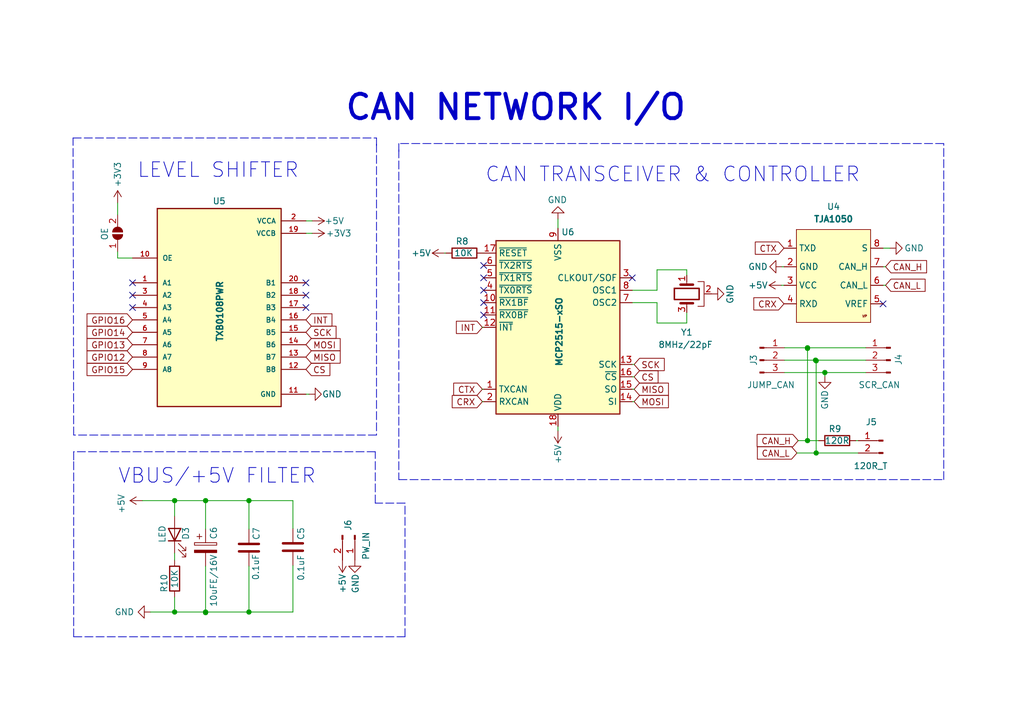
<source format=kicad_sch>
(kicad_sch (version 20211123) (generator eeschema)
  (paper "A5")
  (title_block (title "CAN_CONTROLLER") (date "07-02-2025") (rev "V1"))
  (lib_symbols
    (symbol "Connector:Conn_01x02_Male" (pin_names (offset 1.016) hide)
      (property "Reference" "J" (at 0 2.54 0))
      (property "Value" "Conn_01x02_Male" (at 0 -5.08 0))
      (symbol "Conn_01x02_Male_1_1"
        (polyline (pts (xy 1.27 -2.54) (xy 0.8636 -2.54)) (stroke (width 0.1524)))
        (polyline (pts (xy 1.27 0) (xy 0.8636 0)) (stroke (width 0.1524)))
        (rectangle (start 0.8636 -2.413) (end 0 -2.667) (stroke (width 0.1524)) (fill (type outline)))
        (rectangle (start 0.8636 0.127) (end 0 -0.127) (stroke (width 0.1524)) (fill (type outline)))
        (pin passive line (at 5.08 0 180) (length 3.81) (name "Pin_1") (number "1"))
        (pin passive line (at 5.08 -2.54 180) (length 3.81) (name "Pin_2") (number "2"))
      )
    )
    (symbol "Connector:Conn_01x03_Male" (pin_names (offset 1.016) hide)
      (property "Reference" "J" (at 0 5.08 0))
      (property "Value" "Conn_01x03_Male" (at 0 -5.08 0))
      (symbol "Conn_01x03_Male_1_1"
        (polyline (pts (xy 1.27 -2.54) (xy 0.8636 -2.54)) (stroke (width 0.1524)))
        (polyline (pts (xy 1.27 0) (xy 0.8636 0)) (stroke (width 0.1524)))
        (polyline (pts (xy 1.27 2.54) (xy 0.8636 2.54)) (stroke (width 0.1524)))
        (rectangle (start 0.8636 -2.413) (end 0 -2.667) (stroke (width 0.1524)) (fill (type outline)))
        (rectangle (start 0.8636 0.127) (end 0 -0.127) (stroke (width 0.1524)) (fill (type outline)))
        (rectangle (start 0.8636 2.667) (end 0 2.413) (stroke (width 0.1524)) (fill (type outline)))
        (pin passive line (at 5.08 2.54 180) (length 3.81) (name "Pin_1") (number "1"))
        (pin passive line (at 5.08 0 180) (length 3.81) (name "Pin_2") (number "2"))
        (pin passive line (at 5.08 -2.54 180) (length 3.81) (name "Pin_3") (number "3"))
      )
    )
    (symbol "Custom_symbols:TJA1050"
      (property "Reference" "U" (at 0 -12.7 0))
      (property "Value" "TJA1050" (at 0 -8.89 0))
      (symbol "TJA1050_0_0"
        (text "VP" (at 6.35 -8.89 0) (effects (font (size 0.5 0.5) italic)))
      )
      (symbol "TJA1050_0_1"
        (rectangle (start -7.62 8.89) (end 7.62 -10.16) (fill (type background)))
      )
      (symbol "TJA1050_1_1"
        (pin output line (at -10.16 5.08 0) (length 2.54) (name "TXD") (number "1"))
        (pin bidirectional line (at -10.16 1.27 0) (length 2.54) (name "GND") (number "2"))
        (pin power_in line (at -10.16 -2.54 0) (length 2.54) (name "VCC") (number "3"))
        (pin input line (at -10.16 -6.35 0) (length 2.54) (name "RXD") (number "4"))
        (pin input line (at 10.16 -6.35 180) (length 2.54) (name "VREF") (number "5"))
        (pin input line (at 10.16 -2.54 180) (length 2.54) (name "CAN_L") (number "6"))
        (pin input line (at 10.16 1.27 180) (length 2.54) (name "CAN_H") (number "7"))
        (pin input line (at 10.16 5.08 180) (length 2.54) (name "S") (number "8"))
      )
    )
    (symbol "Custom_symbols:TXB0108PWR" (pin_names (offset 1.016))
      (property "Reference" "U" (at -0.762 23.114 0))
      (property "Value" "TXB0108PWR" (at 1.016 -3.302 90))
      (symbol "TXB0108PWR_0_0"
        (rectangle (start -12.7 -17.78) (end 12.7 22.86) (stroke (width 0.254)) (fill (type background)))
        (pin bidirectional line (at -17.78 7.62 0) (length 5.08) (name "A1") (number "1"))
        (pin input line (at -17.78 12.7 0) (length 5.08) (name "OE") (number "10"))
        (pin power_in line (at 17.78 -15.24 180) (length 5.08) (name "GND") (number "11"))
        (pin bidirectional line (at 17.78 -10.16 180) (length 5.08) (name "B8") (number "12"))
        (pin bidirectional line (at 17.78 -7.62 180) (length 5.08) (name "B7") (number "13"))
        (pin bidirectional line (at 17.78 -5.08 180) (length 5.08) (name "B6") (number "14"))
        (pin bidirectional line (at 17.78 -2.54 180) (length 5.08) (name "B5") (number "15"))
        (pin bidirectional line (at 17.78 0 180) (length 5.08) (name "B4") (number "16"))
        (pin bidirectional line (at 17.78 2.54 180) (length 5.08) (name "B3") (number "17"))
        (pin bidirectional line (at 17.78 5.08 180) (length 5.08) (name "B2") (number "18"))
        (pin power_in line (at 17.78 17.78 180) (length 5.08) (name "VCCB") (number "19"))
        (pin power_in line (at 17.78 20.32 180) (length 5.08) (name "VCCA") (number "2"))
        (pin bidirectional line (at 17.78 7.62 180) (length 5.08) (name "B1") (number "20"))
        (pin bidirectional line (at -17.78 5.08 0) (length 5.08) (name "A2") (number "3"))
        (pin bidirectional line (at -17.78 2.54 0) (length 5.08) (name "A3") (number "4"))
        (pin bidirectional line (at -17.78 0 0) (length 5.08) (name "A4") (number "5"))
        (pin bidirectional line (at -17.78 -2.54 0) (length 5.08) (name "A5") (number "6"))
        (pin bidirectional line (at -17.78 -5.08 0) (length 5.08) (name "A6") (number "7"))
        (pin bidirectional line (at -17.78 -7.62 0) (length 5.08) (name "A7") (number "8"))
        (pin bidirectional line (at -17.78 -10.16 0) (length 5.08) (name "A8") (number "9"))
      )
    )
    (symbol "Device:C" (pin_numbers hide) (pin_names (offset 0.254))
      (property "Reference" "C" (at 0.635 2.54 0))
      (property "Value" "C" (at 0.635 -2.54 0))
      (symbol "C_0_1"
        (polyline (pts (xy -2.032 -0.762) (xy 2.032 -0.762)) (stroke (width 0.508)))
        (polyline (pts (xy -2.032 0.762) (xy 2.032 0.762)) (stroke (width 0.508)))
      )
      (symbol "C_1_1"
        (pin passive line (at 0 3.81 270) (length 2.794) (name "~") (number "1"))
        (pin passive line (at 0 -3.81 90) (length 2.794) (name "~") (number "2"))
      )
    )
    (symbol "Device:C_Polarized" (pin_numbers hide) (pin_names (offset 0.254))
      (property "Reference" "C" (at 0.635 2.54 0))
      (property "Value" "C_Polarized" (at 0.635 -2.54 0))
      (symbol "C_Polarized_0_1"
        (rectangle (start -2.286 0.508) (end 2.286 1.016))
        (polyline (pts (xy -1.778 2.286) (xy -0.762 2.286)))
        (polyline (pts (xy -1.27 2.794) (xy -1.27 1.778)))
        (rectangle (start 2.286 -0.508) (end -2.286 -1.016) (fill (type outline)))
      )
      (symbol "C_Polarized_1_1"
        (pin passive line (at 0 3.81 270) (length 2.794) (name "~") (number "1"))
        (pin passive line (at 0 -3.81 90) (length 2.794) (name "~") (number "2"))
      )
    )
    (symbol "Device:Crystal_GND2" (pin_names (offset 1.016) hide)
      (property "Reference" "Y" (at 0 5.715 0))
      (property "Value" "Crystal_GND2" (at 0 3.81 0))
      (symbol "Crystal_GND2_0_1"
        (rectangle (start -1.143 2.54) (end 1.143 -2.54) (stroke (width 0.3048)))
        (polyline (pts (xy -2.54 0) (xy -1.905 0)))
        (polyline (pts (xy -1.905 -1.27) (xy -1.905 1.27)) (stroke (width 0.508)))
        (polyline (pts (xy 0 -3.81) (xy 0 -3.556)))
        (polyline (pts (xy 1.905 0) (xy 2.54 0)))
        (polyline (pts (xy 1.905 1.27) (xy 1.905 -1.27)) (stroke (width 0.508)))
        (polyline (pts (xy -2.54 -2.286) (xy -2.54 -3.556) (xy 2.54 -3.556) (xy 2.54 -2.286)))
      )
      (symbol "Crystal_GND2_1_1"
        (pin passive line (at -3.81 0 0) (length 1.27) (name "1") (number "1"))
        (pin passive line (at 0 -5.08 90) (length 1.27) (name "2") (number "2"))
        (pin passive line (at 3.81 0 180) (length 1.27) (name "3") (number "3"))
      )
    )
    (symbol "Device:LED" (pin_numbers hide) (pin_names (offset 1.016) hide)
      (property "Reference" "D" (at 0 2.54 0))
      (property "Value" "LED" (at 0 -2.54 0))
      (symbol "LED_0_1"
        (polyline (pts (xy -1.27 -1.27) (xy -1.27 1.27)) (stroke (width 0.254)))
        (polyline (pts (xy -1.27 0) (xy 1.27 0)))
        (polyline (pts (xy 1.27 -1.27) (xy 1.27 1.27) (xy -1.27 0) (xy 1.27 -1.27)) (stroke (width 0.254)))
        (polyline (pts (xy -3.048 -0.762) (xy -4.572 -2.286) (xy -3.81 -2.286) (xy -4.572 -2.286) (xy -4.572 -1.524)))
        (polyline (pts (xy -1.778 -0.762) (xy -3.302 -2.286) (xy -2.54 -2.286) (xy -3.302 -2.286) (xy -3.302 -1.524)))
      )
      (symbol "LED_1_1"
        (pin passive line (at -3.81 0 0) (length 2.54) (name "K") (number "1"))
        (pin passive line (at 3.81 0 180) (length 2.54) (name "A") (number "2"))
      )
    )
    (symbol "Device:R" (pin_numbers hide) (pin_names (offset 0))
      (property "Reference" "R" (at 2.032 0 90))
      (property "Value" "R" (at 0 0 90))
      (symbol "R_0_1"
        (rectangle (start -1.016 -2.54) (end 1.016 2.54) (stroke (width 0.254)))
      )
      (symbol "R_1_1"
        (pin passive line (at 0 3.81 270) (length 1.27) (name "~") (number "1"))
        (pin passive line (at 0 -3.81 90) (length 1.27) (name "~") (number "2"))
      )
    )
    (symbol "Interface_CAN_LIN:MCP2515-xSO"
      (property "Reference" "U" (at -10.16 19.685 0))
      (property "Value" "MCP2515-xSO" (at 19.05 20.32 0))
      (symbol "MCP2515-xSO_0_1"
        (rectangle (start -12.7 17.78) (end 12.7 -17.78) (stroke (width 0.254)) (fill (type background)))
      )
      (symbol "MCP2515-xSO_1_1"
        (pin output line (at 15.24 12.7 180) (length 2.54) (name "TXCAN") (number "1"))
        (pin output line (at 15.24 -5.08 180) (length 2.54) (name "~{RX1BF}") (number "10"))
        (pin output line (at 15.24 -2.54 180) (length 2.54) (name "~{RX0BF}") (number "11"))
        (pin output line (at 15.24 0 180) (length 2.54) (name "~{INT}") (number "12"))
        (pin input line (at -15.24 7.62 0) (length 2.54) (name "SCK") (number "13"))
        (pin input line (at -15.24 15.24 0) (length 2.54) (name "SI") (number "14"))
        (pin output line (at -15.24 12.7 0) (length 2.54) (name "SO") (number "15"))
        (pin input line (at -15.24 10.16 0) (length 2.54) (name "~{CS}") (number "16"))
        (pin input line (at 15.24 -15.24 180) (length 2.54) (name "~{RESET}") (number "17"))
        (pin power_in line (at 0 20.32 270) (length 2.54) (name "VDD") (number "18"))
        (pin input line (at 15.24 15.24 180) (length 2.54) (name "RXCAN") (number "2"))
        (pin output line (at -15.24 -10.16 0) (length 2.54) (name "CLKOUT/SOF") (number "3"))
        (pin input line (at 15.24 -7.62 180) (length 2.54) (name "~{TX0RTS}") (number "4"))
        (pin input line (at 15.24 -10.16 180) (length 2.54) (name "~{TX1RTS}") (number "5"))
        (pin input line (at 15.24 -12.7 180) (length 2.54) (name "~{TX2RTS}") (number "6"))
        (pin output line (at -15.24 -5.08 0) (length 2.54) (name "OSC2") (number "7"))
        (pin input line (at -15.24 -7.62 0) (length 2.54) (name "OSC1") (number "8"))
        (pin power_in line (at 0 -20.32 90) (length 2.54) (name "VSS") (number "9"))
      )
    )
    (symbol "Jumper:SolderJumper_2_Open" (pin_names (offset 0) hide)
      (property "Reference" "JP" (at 0 2.032 0))
      (property "Value" "SolderJumper_2_Open" (at 0 -2.54 0))
      (symbol "SolderJumper_2_Open_0_1"
        (arc (start -0.254 1.016) (mid -1.27 0) (end -0.254 -1.016))
        (arc (start -0.254 1.016) (mid -1.27 0) (end -0.254 -1.016) (fill (type outline)))
        (polyline (pts (xy -0.254 1.016) (xy -0.254 -1.016)))
        (polyline (pts (xy 0.254 1.016) (xy 0.254 -1.016)))
        (arc (start 0.254 -1.016) (mid 1.27 0) (end 0.254 1.016))
        (arc (start 0.254 -1.016) (mid 1.27 0) (end 0.254 1.016) (fill (type outline)))
      )
      (symbol "SolderJumper_2_Open_1_1"
        (pin passive line (at -3.81 0 0) (length 2.54) (name "A") (number "1"))
        (pin passive line (at 3.81 0 180) (length 2.54) (name "B") (number "2"))
      )
    )
    (symbol "power:+3.3V" (power) (pin_names (offset 0))
      (property "Value" "+3.3V" (at 0 3.556 0))
      (symbol "+3.3V_0_1"
        (polyline (pts (xy -0.762 1.27) (xy 0 2.54)))
        (polyline (pts (xy 0 0) (xy 0 2.54)))
        (polyline (pts (xy 0 2.54) (xy 0.762 1.27)))
      )
      (symbol "+3.3V_1_1"
        (pin power_in line (at 0 0 90) (length 0) hide (name "+3V3") (number "1"))
      )
    )
    (symbol "power:+5V" (power) (pin_names (offset 0))
      (property "Value" "+5V" (at 0 3.556 0))
      (symbol "+5V_0_1"
        (polyline (pts (xy -0.762 1.27) (xy 0 2.54)))
        (polyline (pts (xy 0 0) (xy 0 2.54)))
        (polyline (pts (xy 0 2.54) (xy 0.762 1.27)))
      )
      (symbol "+5V_1_1"
        (pin power_in line (at 0 0 90) (length 0) hide (name "+5V") (number "1"))
      )
    )
    (symbol "power:GND" (power) (pin_names (offset 0))
      (property "Value" "GND" (at 0 -3.81 0))
      (symbol "GND_0_1"
        (polyline (pts (xy 0 0) (xy 0 -1.27) (xy 1.27 -1.27) (xy 0 -2.54) (xy -1.27 -1.27) (xy 0 -1.27)))
      )
      (symbol "GND_1_1"
        (pin power_in line (at 0 0 270) (length 0) hide (name "GND") (number "1"))
      )
    )
  )
  (junction (at 169.164 76.454))
  (junction (at 165.608 71.501))
  (junction (at 167.259 73.914))
  (junction (at 167.386 74.041))
  (junction (at 42.164 125.603))
  (junction (at 42.164 125.73))
  (junction (at 167.386 92.964))
  (junction (at 165.608 90.424))
  (junction (at 51.054 102.743))
  (junction (at 35.814 102.743))
  (junction (at 35.814 125.603))
  (junction (at 165.608 71.374))
  (junction (at 51.054 125.603))
  (junction (at 42.164 102.743))
  (no_connect (at 129.667 57.023))
  (no_connect (at 99.187 54.483))
  (no_connect (at 99.187 57.023))
  (no_connect (at 99.187 59.563))
  (no_connect (at 99.187 64.643))
  (no_connect (at 99.187 62.103))
  (no_connect (at 181.102 62.357))
  (no_connect (at 62.738 58.039))
  (no_connect (at 27.178 58.039))
  (no_connect (at 62.738 60.579))
  (no_connect (at 62.738 63.119))
  (no_connect (at 27.178 60.579))
  (no_connect (at 27.178 63.119))
  (wire (pts (xy 98.933 67.183) (xy 99.187 67.183)))
  (wire (pts (xy 134.747 62.103) (xy 134.747 66.294)))
  (wire (pts (xy 64.008 47.879) (xy 62.738 47.879)))
  (wire (pts (xy 99.06 51.943) (xy 99.187 51.943)))
  (wire (pts (xy 114.427 88.392) (xy 114.427 87.503)))
  (wire (pts (xy 51.054 116.205) (xy 51.054 125.603)))
  (wire (pts (xy 140.843 55.372) (xy 140.843 56.515)))
  (wire (pts (xy 130.048 77.343) (xy 129.667 77.343)))
  (wire (pts (xy 181.61 58.547) (xy 181.102 58.547)))
  (wire (pts (xy 129.667 62.103) (xy 134.747 62.103)))
  (wire (pts (xy 167.386 92.964) (xy 176.022 92.964)))
  (wire (pts (xy 63.373 80.899) (xy 62.738 80.899)))
  (wire (pts (xy 51.054 125.603) (xy 60.071 125.603)))
  (wire (pts (xy 134.747 66.294) (xy 140.843 66.294)))
  (polyline (pts (xy 15.113 92.71) (xy 15.113 94.869)))
  (wire (pts (xy 181.61 54.737) (xy 181.102 54.737)))
  (wire (pts (xy 64.008 45.339) (xy 62.738 45.339)))
  (wire (pts (xy 42.164 125.73) (xy 42.164 125.603)))
  (polyline (pts (xy 81.788 29.464) (xy 81.788 31.115)))
  (wire (pts (xy 24.13 51.689) (xy 24.13 52.959)))
  (wire (pts (xy 114.427 46.863) (xy 114.427 44.958)))
  (wire (pts (xy 165.608 71.501) (xy 165.608 90.424)))
  (wire (pts (xy 98.933 82.423) (xy 99.187 82.423)))
  (wire (pts (xy 35.814 114.935) (xy 35.814 113.538)))
  (wire (pts (xy 140.843 66.294) (xy 140.843 64.135)))
  (wire (pts (xy 167.259 73.914) (xy 177.546 73.914)))
  (wire (pts (xy 160.274 58.547) (xy 160.782 58.547)))
  (polyline (pts (xy 77.216 28.321) (xy 77.216 29.845)))
  (wire (pts (xy 134.747 55.372) (xy 140.843 55.372)))
  (polyline (pts (xy 77.216 29.591) (xy 77.216 89.281)))
  (wire (pts (xy 42.164 125.603) (xy 51.054 125.603)))
  (polyline (pts (xy 14.986 28.321) (xy 77.216 28.321)))
  (polyline (pts (xy 76.962 103.251) (xy 76.962 92.71)))
  (wire (pts (xy 160.909 73.914) (xy 167.259 73.914)))
  (wire (pts (xy 35.814 102.743) (xy 42.164 102.743)))
  (wire (pts (xy 134.747 59.563) (xy 134.747 55.372)))
  (wire (pts (xy 175.514 90.424) (xy 176.022 90.424)))
  (wire (pts (xy 165.608 71.501) (xy 165.608 71.374)))
  (wire (pts (xy 42.164 102.743) (xy 42.164 108.585)))
  (wire (pts (xy 160.909 71.374) (xy 165.608 71.374)))
  (wire (pts (xy 163.449 92.964) (xy 167.386 92.964)))
  (polyline (pts (xy 77.216 89.281) (xy 15.113 89.281)))
  (wire (pts (xy 42.164 116.205) (xy 42.164 125.603)))
  (wire (pts (xy 29.21 102.743) (xy 35.814 102.743)))
  (wire (pts (xy 169.164 76.454) (xy 177.546 76.454)))
  (wire (pts (xy 160.909 76.454) (xy 169.164 76.454)))
  (wire (pts (xy 130.048 74.803) (xy 129.667 74.803)))
  (polyline (pts (xy 15.113 94.742) (xy 15.113 130.683)))
  (polyline (pts (xy 83.058 103.251) (xy 76.962 103.251)))
  (wire (pts (xy 98.933 79.883) (xy 99.187 79.883)))
  (wire (pts (xy 129.667 59.563) (xy 134.747 59.563)))
  (wire (pts (xy 169.164 77.216) (xy 169.164 76.454)))
  (wire (pts (xy 91.44 51.943) (xy 91.186 51.943)))
  (wire (pts (xy 24.13 52.959) (xy 27.178 52.959)))
  (wire (pts (xy 165.608 90.424) (xy 167.894 90.424)))
  (wire (pts (xy 160.401 54.737) (xy 160.782 54.737)))
  (wire (pts (xy 51.054 102.743) (xy 51.054 108.585)))
  (wire (pts (xy 167.386 74.041) (xy 167.386 92.964)))
  (wire (pts (xy 182.499 50.927) (xy 181.102 50.927)))
  (polyline (pts (xy 15.113 89.281) (xy 14.986 28.321)))
  (wire (pts (xy 60.071 125.603) (xy 60.071 116.078)))
  (wire (pts (xy 35.814 122.555) (xy 35.814 125.603)))
  (wire (pts (xy 163.703 90.424) (xy 165.608 90.424)))
  (wire (pts (xy 60.071 102.743) (xy 60.071 108.458)))
  (wire (pts (xy 130.048 79.883) (xy 129.667 79.883)))
  (polyline (pts (xy 83.058 130.683) (xy 83.058 103.251)))
  (polyline (pts (xy 193.548 98.425) (xy 193.548 29.464)))
  (wire (pts (xy 35.814 125.603) (xy 42.164 125.603)))
  (polyline (pts (xy 81.788 98.425) (xy 193.548 98.425)))
  (wire (pts (xy 51.054 102.743) (xy 60.071 102.743)))
  (wire (pts (xy 130.048 82.423) (xy 129.667 82.423)))
  (polyline (pts (xy 15.113 130.683) (xy 83.058 130.683)))
  (wire (pts (xy 24.13 41.656) (xy 24.13 44.069)))
  (wire (pts (xy 30.861 125.603) (xy 35.814 125.603)))
  (wire (pts (xy 167.386 74.041) (xy 167.259 73.914)))
  (wire (pts (xy 35.814 102.743) (xy 35.814 105.918)))
  (wire (pts (xy 42.164 102.743) (xy 51.054 102.743)))
  (polyline (pts (xy 81.788 30.734) (xy 81.788 98.425)))
  (wire (pts (xy 165.608 71.374) (xy 177.546 71.374)))
  (polyline (pts (xy 76.962 92.71) (xy 15.113 92.71)))
  (polyline (pts (xy 193.548 29.464) (xy 81.788 29.464)))
  (text "LEVEL SHIFTER" (at 28.067 36.83 0) (effects (font (size 3 3)) (justify left bottom)))
  (text "CAN NETWORK I/O" (at 70.485 25.146 0) (effects (font (size 5 5) (thickness 0.8) bold) (justify left bottom)))
  (text "VBUS/+5V FILTER" (at 24.13 99.568 0) (effects (font (size 3 3)) (justify left bottom)))
  (text "CAN TRANSCEIVER & CONTROLLER " (at 99.441 37.719 0) (effects (font (size 3 3)) (justify left bottom)))
  (global_label "MISO" (shape input) (at 130.048 79.883 0) (property "Intersheet References" "${INTERSHEET_REFS}" (effects hide)))
  (global_label "CAN_H" (shape input) (at 181.61 54.737 0) (property "Intersheet References" "${INTERSHEET_REFS}" (effects hide)))
  (global_label "CS" (shape input) (at 130.048 77.343 0) (property "Intersheet References" "${INTERSHEET_REFS}" (effects hide)))
  (global_label "CTX" (shape input) (at 160.782 50.927 180) (property "Intersheet References" "${INTERSHEET_REFS}" (effects hide)))
  (global_label "CTX" (shape input) (at 98.933 79.883 180) (property "Intersheet References" "${INTERSHEET_REFS}" (effects hide)))
  (global_label "SCK" (shape input) (at 62.738 68.199 0) (property "Intersheet References" "${INTERSHEET_REFS}" (effects hide)))
  (global_label "GPIO14" (shape input) (at 27.178 68.199 180) (property "Intersheet References" "${INTERSHEET_REFS}" (effects hide)))
  (global_label "CAN_H" (shape input) (at 163.703 90.424 180) (property "Intersheet References" "${INTERSHEET_REFS}" (effects hide)))
  (global_label "CS" (shape input) (at 62.738 75.819 0) (property "Intersheet References" "${INTERSHEET_REFS}" (effects hide)))
  (global_label "CRX" (shape input) (at 98.933 82.423 180) (property "Intersheet References" "${INTERSHEET_REFS}" (effects hide)))
  (global_label "CAN_L" (shape input) (at 181.61 58.547 0) (property "Intersheet References" "${INTERSHEET_REFS}" (effects hide)))
  (global_label "GPIO12" (shape input) (at 27.178 73.279 180) (property "Intersheet References" "${INTERSHEET_REFS}" (effects hide)))
  (global_label "INT" (shape input) (at 98.933 67.183 180) (property "Intersheet References" "${INTERSHEET_REFS}" (effects hide)))
  (global_label "CAN_L" (shape input) (at 163.449 92.964 180) (property "Intersheet References" "${INTERSHEET_REFS}" (effects hide)))
  (global_label "SCK" (shape input) (at 130.048 74.803 0) (property "Intersheet References" "${INTERSHEET_REFS}" (effects hide)))
  (global_label "MOSI" (shape input) (at 130.048 82.423 0) (property "Intersheet References" "${INTERSHEET_REFS}" (effects hide)))
  (global_label "GPIO13" (shape input) (at 27.178 70.739 180) (property "Intersheet References" "${INTERSHEET_REFS}" (effects hide)))
  (global_label "GPIO16" (shape input) (at 27.178 65.659 180) (property "Intersheet References" "${INTERSHEET_REFS}" (effects hide)))
  (global_label "GPIO15" (shape input) (at 27.178 75.819 180) (property "Intersheet References" "${INTERSHEET_REFS}" (effects hide)))
  (global_label "CRX" (shape input) (at 160.782 62.357 180) (property "Intersheet References" "${INTERSHEET_REFS}" (effects hide)))
  (global_label "MISO" (shape input) (at 62.738 73.279 0) (property "Intersheet References" "${INTERSHEET_REFS}" (effects hide)))
  (global_label "INT" (shape input) (at 62.738 65.659 0) (property "Intersheet References" "${INTERSHEET_REFS}" (effects hide)))
  (global_label "MOSI" (shape input) (at 62.738 70.739 0) (property "Intersheet References" "${INTERSHEET_REFS}" (effects hide)))
  (symbol (lib_id "Connector:Conn_01x02_Male") (at 181.102 90.424 0) (mirror y) (unit 1)
    (property "Reference" "J5" (at 178.689 86.614 0))
    (property "Value" "120R_T" (at 178.562 95.631 0))
    (property "Footprint" "Jumper:SolderJumper-2_P1.3mm_Open_TrianglePad1.0x1.5mm" (effects hide))
  )
  (symbol (lib_id "power:+3.3V") (at 64.008 47.879 270) (unit 1)
    (property "Reference" "#PWR020" (effects hide))
    (property "Value" "+3.3V" (at 69.469 47.879 90))
  )
  (symbol (lib_id "power:GND") (at 63.373 80.899 90) (unit 1)
    (property "Reference" "#PWR027" (effects hide))
    (property "Value" "GND" (at 68.072 80.899 90))
  )
  (symbol (lib_id "Device:C") (at 51.054 112.395 0) (unit 1)
    (property "Reference" "C7" (at 52.578 110.871 90) (effects (justify left)))
    (property "Value" "0.1uF" (at 52.451 119.126 90) (effects (justify left)))
    (property "Footprint" "Capacitor_SMD:C_0603_1608Metric" (effects hide))
  )
  (symbol (lib_id "power:+5V") (at 91.186 51.943 90) (unit 1)
    (property "Reference" "#PWR022" (effects hide))
    (property "Value" "+5V" (at 84.328 51.943 90) (effects (justify right)))
  )
  (symbol (lib_id "power:+3.3V") (at 24.13 41.656 0) (unit 1)
    (property "Reference" "#PWR017" (effects hide))
    (property "Value" "+3.3V" (at 24.13 35.814 90))
  )
  (symbol (lib_id "power:GND") (at 182.499 50.927 90) (unit 1)
    (property "Reference" "#PWR021" (effects hide))
    (property "Value" "GND" (at 185.42 50.927 90) (effects (justify right)))
  )
  (symbol (lib_id "Connector:Conn_01x02_Male") (at 72.771 109.855 270) (unit 1)
    (property "Reference" "J6" (at 71.374 108.966 0) (effects (justify right)))
    (property "Value" "PW_IN" (at 75.057 114.935 0) (effects (justify right)))
    (property "Footprint" "Connector_JST:JST_EH_S2B-EH_1x02_P2.50mm_Horizontal" (effects hide))
  )
  (symbol (lib_id "power:+5V") (at 114.427 88.392 180) (unit 1)
    (property "Reference" "#PWR028" (effects hide))
    (property "Value" "+5V" (at 114.427 95.25 90) (effects (justify right)))
  )
  (symbol (lib_id "power:GND") (at 160.401 54.737 270) (unit 1)
    (property "Reference" "#PWR023" (effects hide))
    (property "Value" "GND" (at 155.448 54.737 90))
  )
  (symbol (lib_id "Device:LED") (at 35.814 109.728 90) (unit 1)
    (property "Reference" "D3" (at 38.1 109.474 0))
    (property "Value" "LED" (at 33.274 109.601 0))
    (property "Footprint" "LED_SMD:LED_0603_1608Metric" (effects hide))
  )
  (symbol (lib_id "Device:R") (at 171.704 90.424 90) (unit 1)
    (property "Reference" "R9" (at 172.593 88.011 90) (effects (justify left)))
    (property "Value" "120R" (at 174.244 90.424 90) (effects (justify left)))
    (property "Footprint" "Resistor_SMD:R_0603_1608Metric" (effects hide))
  )
  (symbol (lib_id "Interface_CAN_LIN:MCP2515-xSO") (at 114.427 67.183 180) (unit 1)
    (property "Reference" "U6" (at 117.856 47.625 0) (effects (justify left)))
    (property "Value" "MCP2515-xSO" (at 114.681 60.833 90) (effects (font bold) (justify left)))
    (property "Footprint" "Package_SO:SOIC-18W_7.5x11.6mm_P1.27mm" (effects hide))
    (property "Datasheet" "http://ww1.microchip.com/downloads/en/DeviceDoc/21801e.pdf" (effects hide))
    (property "LCSC" "C153782" (effects hide))
  )
  (symbol (lib_id "power:+5V") (at 64.008 45.339 270) (unit 1)
    (property "Reference" "#PWR019" (effects hide))
    (property "Value" "+5V" (at 70.612 45.339 90) (effects (justify right)))
  )
  (symbol (lib_id "power:+5V") (at 160.274 58.547 90) (unit 1)
    (property "Reference" "#PWR024" (effects hide))
    (property "Value" "+5V" (at 153.416 58.547 90) (effects (justify right)))
  )
  (symbol (lib_id "Jumper:SolderJumper_2_Open") (at 24.13 47.879 90) (unit 1)
    (property "Reference" "JP1" (effects hide))
    (property "Value" "OE" (at 21.463 48.006 0))
    (property "Footprint" "Jumper:SolderJumper-2_P1.3mm_Open_RoundedPad1.0x1.5mm" (effects hide))
  )
  (symbol (lib_id "Device:Crystal_GND2") (at 140.843 60.325 90) (mirror x) (unit 1)
    (property "Reference" "Y1" (at 140.843 68.199 90))
    (property "Value" "8MHz/22pF" (at 140.589 70.739 90))
    (property "Footprint" "Crystal:Resonator_SMD_Murata_CSTxExxV-3Pin_3.0x1.1mm" (effects hide))
  )
  (symbol (lib_id "Device:R") (at 95.25 51.943 90) (unit 1)
    (property "Reference" "R8" (at 96.139 49.53 90) (effects (justify left)))
    (property "Value" "10K" (at 97.028 51.943 90) (effects (justify left)))
    (property "Footprint" "Resistor_SMD:R_0603_1608Metric" (effects hide))
  )
  (symbol (lib_id "power:GND") (at 145.923 60.325 90) (unit 1)
    (property "Reference" "#PWR025" (effects hide))
    (property "Value" "GND" (at 149.733 58.293 0) (effects (justify right)))
  )
  (symbol (lib_id "power:GND") (at 114.427 44.958 180) (unit 1)
    (property "Reference" "#PWR018" (effects hide))
    (property "Value" "GND" (at 114.3 41.021 0))
  )
  (symbol (lib_id "Device:C_Polarized") (at 42.164 112.395 0) (unit 1)
    (property "Reference" "C6" (at 43.815 110.744 90) (effects (justify left)))
    (property "Value" "10uFE/16V" (at 43.815 124.587 90) (effects (justify left)))
    (property "Footprint" "Capacitor_SMD:CP_Elec_4x3" (effects hide))
  )
  (symbol (lib_id "Custom_symbols:TXB0108PWR") (at 44.958 65.659 0) (unit 1)
    (property "Reference" "U5" (at 44.958 41.275 0))
    (property "Value" "TXB0108PWR" (at 45.085 63.881 90) (effects (font bold)))
    (property "Footprint" "Custom_Footprints:SOP65P640X120-20N" (effects hide))
    (property "DigiKey_Part_Number" "296-21527-2-ND" (effects hide))
    (property "SnapEDA_Link" "https://www.snapeda.com/parts/TXB0108PWR/Texas+Instruments/view-part/?ref=snap" (effects hide))
    (property "MAXIMUM_PACKAGE_HEIGHT" "1.2mm" (effects hide))
    (property "Package" "TSSOP-20 Texas Instruments" (effects hide))
    (property "Check_prices" "https://www.snapeda.com/parts/TXB0108PWR/Texas+Instruments/view-part/?ref=eda" (effects hide))
    (property "STANDARD" "IPC-7351B" (effects hide))
    (property "PARTREV" "H" (effects hide))
    (property "MF" "Texas Instruments" (effects hide))
    (property "MP" "TXB0108PWR" (effects hide))
    (property "Description" "\n                        \n                            8-Bit Bidirectional Voltage-Level Shifter with Auto Direction Sensing and +/-15-kV ESD Protect\n                        \n" (effects hide))
    (property "MANUFACTURER" "Texas Instruments" (effects hide))
    (property "LCSC" "C53406" (effects hide))
  )
  (symbol (lib_id "Connector:Conn_01x03_Male") (at 155.829 73.914 0) (unit 1)
    (property "Reference" "J3" (at 154.559 73.914 90))
    (property "Value" "JUMP_CAN" (at 158.115 78.994 0))
    (property "Footprint" "Connector_PinHeader_2.54mm:PinHeader_1x03_P2.54mm_Horizontal" (effects hide))
  )
  (symbol (lib_id "Custom_symbols:TJA1050") (at 170.942 56.007 0) (unit 1)
    (property "Reference" "U4" (at 170.942 42.418 0))
    (property "Value" "TJA1050" (at 170.942 44.958 0) (effects (font bold)))
    (property "Footprint" "Package_SO:SOIC-8_3.9x4.9mm_P1.27mm" (effects hide))
    (property "LCSC" "C6952" (effects hide))
  )
  (symbol (lib_id "power:+5V") (at 70.231 114.935 180) (unit 1)
    (property "Reference" "#PWR030" (effects hide))
    (property "Value" "+5V" (at 70.231 121.793 90) (effects (justify right)))
  )
  (symbol (lib_id "Connector:Conn_01x03_Male") (at 182.626 73.914 0) (mirror y) (unit 1)
    (property "Reference" "J4" (at 184.277 73.787 90))
    (property "Value" "SCR_CAN" (at 180.34 78.994 0))
    (property "Footprint" "TerminalBlock_Phoenix:TerminalBlock_Phoenix_MKDS-1,5-3-5.08_1x03_P5.08mm_Horizontal" (effects hide))
  )
  (symbol (lib_id "Device:C") (at 60.071 112.268 0) (unit 1)
    (property "Reference" "C5" (at 61.722 110.871 90) (effects (justify left)))
    (property "Value" "0.1uF" (at 61.722 119.253 90) (effects (justify left)))
    (property "Footprint" "Capacitor_SMD:C_0603_1608Metric" (effects hide))
  )
  (symbol (lib_id "power:GND") (at 30.861 125.603 270) (unit 1)
    (property "Reference" "#PWR032" (effects hide))
    (property "Value" "GND" (at 27.559 125.603 90) (effects (justify right)))
  )
  (symbol (lib_id "Device:R") (at 35.814 118.745 180) (unit 1)
    (property "Reference" "R10" (at 33.655 117.729 90) (effects (justify left)))
    (property "Value" "10K" (at 35.814 116.84 90) (effects (justify left)))
    (property "Footprint" "Resistor_SMD:R_0603_1608Metric" (effects hide))
  )
  (symbol (lib_id "power:+5V") (at 29.21 102.743 90) (unit 1)
    (property "Reference" "#PWR029" (effects hide))
    (property "Value" "+5V" (at 24.892 101.346 0) (effects (justify right)))
  )
  (symbol (lib_id "power:GND") (at 72.771 114.935 0) (unit 1)
    (property "Reference" "#PWR031" (effects hide))
    (property "Value" "GND" (at 72.898 119.761 90))
  )
  (symbol (lib_id "power:GND") (at 169.164 77.216 0) (unit 1)
    (property "Reference" "#PWR026" (effects hide))
    (property "Value" "GND" (at 169.164 80.01 90) (effects (justify right)))
  )
)
</source>
